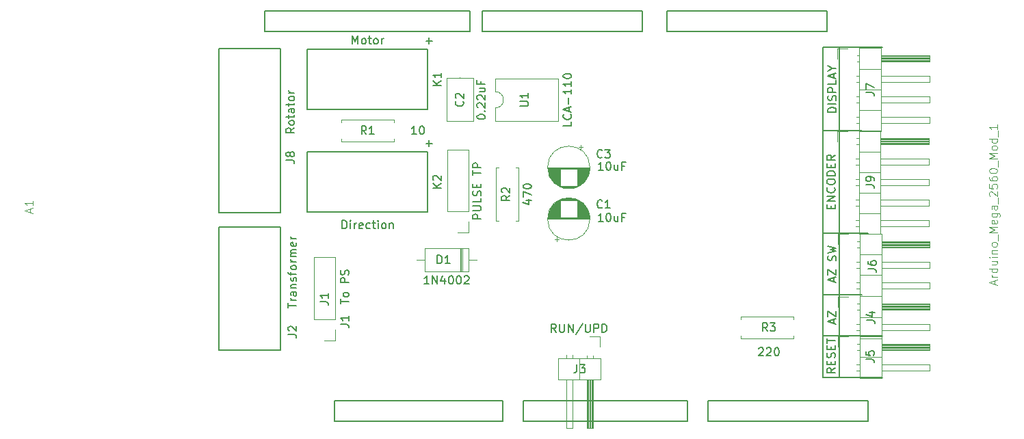
<source format=gto>
G04 #@! TF.GenerationSoftware,KiCad,Pcbnew,(5.0.2)-1*
G04 #@! TF.CreationDate,2019-02-27T10:37:22-05:00*
G04 #@! TF.ProjectId,AR-22 Controller,41522d32-3220-4436-9f6e-74726f6c6c65,rev?*
G04 #@! TF.SameCoordinates,Original*
G04 #@! TF.FileFunction,Legend,Top*
G04 #@! TF.FilePolarity,Positive*
%FSLAX46Y46*%
G04 Gerber Fmt 4.6, Leading zero omitted, Abs format (unit mm)*
G04 Created by KiCad (PCBNEW (5.0.2)-1) date 2/27/2019 10:37:22 AM*
%MOMM*%
%LPD*%
G01*
G04 APERTURE LIST*
%ADD10C,0.200000*%
%ADD11C,0.120000*%
%ADD12C,0.127000*%
%ADD13C,0.203200*%
%ADD14C,0.050000*%
%ADD15C,0.152400*%
%ADD16C,0.150000*%
G04 APERTURE END LIST*
D10*
X193040000Y-72263000D02*
X193040000Y-113157000D01*
X198374000Y-113157000D02*
X191008000Y-113157000D01*
X198374000Y-107950000D02*
X191008000Y-107950000D01*
X195834000Y-102870000D02*
X191008000Y-102870000D01*
X196596000Y-95250000D02*
X191008000Y-95250000D01*
X191008000Y-72263000D02*
X191008000Y-113157000D01*
X198374000Y-72263000D02*
X191008000Y-72263000D01*
X195834000Y-82550000D02*
X191008000Y-82550000D01*
D11*
G04 #@! TO.C,J10*
X147126000Y-84903000D02*
X144466000Y-84903000D01*
X147126000Y-92583000D02*
X147126000Y-84903000D01*
X144466000Y-92583000D02*
X144466000Y-84903000D01*
X147126000Y-92583000D02*
X144466000Y-92583000D01*
X147126000Y-93853000D02*
X147126000Y-95183000D01*
X147126000Y-95183000D02*
X145796000Y-95183000D01*
D12*
G04 #@! TO.C,A1*
X191476323Y-70294781D02*
X171664323Y-70294781D01*
X191476323Y-67754781D02*
X191476323Y-70294781D01*
X171664323Y-67754781D02*
X191476323Y-67754781D01*
X171664323Y-70294781D02*
X171664323Y-67754781D01*
X168616323Y-70294781D02*
X148804323Y-70294781D01*
X168616323Y-67754781D02*
X168616323Y-70294781D01*
X148804323Y-67754781D02*
X168616323Y-67754781D01*
X148804323Y-70294781D02*
X148804323Y-67754781D01*
X147280323Y-70294781D02*
X121880323Y-70294781D01*
X147280323Y-67754781D02*
X147280323Y-70294781D01*
X121880323Y-67754781D02*
X147280323Y-67754781D01*
X121880323Y-70294781D02*
X121880323Y-67754781D01*
X196556323Y-118554781D02*
X176744323Y-118554781D01*
X196556323Y-116014781D02*
X196556323Y-118554781D01*
X176744323Y-116014781D02*
X196556323Y-116014781D01*
X176744323Y-118554781D02*
X176744323Y-116014781D01*
X174204323Y-118554781D02*
X153884323Y-118554781D01*
X174204323Y-116014781D02*
X174204323Y-118554781D01*
X153884323Y-116014781D02*
X174204323Y-116014781D01*
X153884323Y-118554781D02*
X153884323Y-116014781D01*
X151344323Y-118554781D02*
X130516323Y-118554781D01*
X151344323Y-116014781D02*
X151344323Y-118554781D01*
X130516323Y-116014781D02*
X151344323Y-116014781D01*
X130516323Y-118554781D02*
X130516323Y-116014781D01*
D11*
G04 #@! TO.C,C1*
X162132000Y-93492000D02*
G75*
G03X162132000Y-93492000I-2620000J0D01*
G01*
X156932000Y-93492000D02*
X162092000Y-93492000D01*
X156932000Y-93452000D02*
X162092000Y-93452000D01*
X156933000Y-93412000D02*
X162091000Y-93412000D01*
X156934000Y-93372000D02*
X162090000Y-93372000D01*
X156936000Y-93332000D02*
X162088000Y-93332000D01*
X156939000Y-93292000D02*
X162085000Y-93292000D01*
X156943000Y-93252000D02*
X158472000Y-93252000D01*
X160552000Y-93252000D02*
X162081000Y-93252000D01*
X156947000Y-93212000D02*
X158472000Y-93212000D01*
X160552000Y-93212000D02*
X162077000Y-93212000D01*
X156951000Y-93172000D02*
X158472000Y-93172000D01*
X160552000Y-93172000D02*
X162073000Y-93172000D01*
X156956000Y-93132000D02*
X158472000Y-93132000D01*
X160552000Y-93132000D02*
X162068000Y-93132000D01*
X156962000Y-93092000D02*
X158472000Y-93092000D01*
X160552000Y-93092000D02*
X162062000Y-93092000D01*
X156969000Y-93052000D02*
X158472000Y-93052000D01*
X160552000Y-93052000D02*
X162055000Y-93052000D01*
X156976000Y-93012000D02*
X158472000Y-93012000D01*
X160552000Y-93012000D02*
X162048000Y-93012000D01*
X156984000Y-92972000D02*
X158472000Y-92972000D01*
X160552000Y-92972000D02*
X162040000Y-92972000D01*
X156992000Y-92932000D02*
X158472000Y-92932000D01*
X160552000Y-92932000D02*
X162032000Y-92932000D01*
X157001000Y-92892000D02*
X158472000Y-92892000D01*
X160552000Y-92892000D02*
X162023000Y-92892000D01*
X157011000Y-92852000D02*
X158472000Y-92852000D01*
X160552000Y-92852000D02*
X162013000Y-92852000D01*
X157021000Y-92812000D02*
X158472000Y-92812000D01*
X160552000Y-92812000D02*
X162003000Y-92812000D01*
X157032000Y-92771000D02*
X158472000Y-92771000D01*
X160552000Y-92771000D02*
X161992000Y-92771000D01*
X157044000Y-92731000D02*
X158472000Y-92731000D01*
X160552000Y-92731000D02*
X161980000Y-92731000D01*
X157057000Y-92691000D02*
X158472000Y-92691000D01*
X160552000Y-92691000D02*
X161967000Y-92691000D01*
X157070000Y-92651000D02*
X158472000Y-92651000D01*
X160552000Y-92651000D02*
X161954000Y-92651000D01*
X157084000Y-92611000D02*
X158472000Y-92611000D01*
X160552000Y-92611000D02*
X161940000Y-92611000D01*
X157098000Y-92571000D02*
X158472000Y-92571000D01*
X160552000Y-92571000D02*
X161926000Y-92571000D01*
X157114000Y-92531000D02*
X158472000Y-92531000D01*
X160552000Y-92531000D02*
X161910000Y-92531000D01*
X157130000Y-92491000D02*
X158472000Y-92491000D01*
X160552000Y-92491000D02*
X161894000Y-92491000D01*
X157147000Y-92451000D02*
X158472000Y-92451000D01*
X160552000Y-92451000D02*
X161877000Y-92451000D01*
X157164000Y-92411000D02*
X158472000Y-92411000D01*
X160552000Y-92411000D02*
X161860000Y-92411000D01*
X157183000Y-92371000D02*
X158472000Y-92371000D01*
X160552000Y-92371000D02*
X161841000Y-92371000D01*
X157202000Y-92331000D02*
X158472000Y-92331000D01*
X160552000Y-92331000D02*
X161822000Y-92331000D01*
X157222000Y-92291000D02*
X158472000Y-92291000D01*
X160552000Y-92291000D02*
X161802000Y-92291000D01*
X157244000Y-92251000D02*
X158472000Y-92251000D01*
X160552000Y-92251000D02*
X161780000Y-92251000D01*
X157265000Y-92211000D02*
X158472000Y-92211000D01*
X160552000Y-92211000D02*
X161759000Y-92211000D01*
X157288000Y-92171000D02*
X158472000Y-92171000D01*
X160552000Y-92171000D02*
X161736000Y-92171000D01*
X157312000Y-92131000D02*
X158472000Y-92131000D01*
X160552000Y-92131000D02*
X161712000Y-92131000D01*
X157337000Y-92091000D02*
X158472000Y-92091000D01*
X160552000Y-92091000D02*
X161687000Y-92091000D01*
X157363000Y-92051000D02*
X158472000Y-92051000D01*
X160552000Y-92051000D02*
X161661000Y-92051000D01*
X157390000Y-92011000D02*
X158472000Y-92011000D01*
X160552000Y-92011000D02*
X161634000Y-92011000D01*
X157417000Y-91971000D02*
X158472000Y-91971000D01*
X160552000Y-91971000D02*
X161607000Y-91971000D01*
X157447000Y-91931000D02*
X158472000Y-91931000D01*
X160552000Y-91931000D02*
X161577000Y-91931000D01*
X157477000Y-91891000D02*
X158472000Y-91891000D01*
X160552000Y-91891000D02*
X161547000Y-91891000D01*
X157508000Y-91851000D02*
X158472000Y-91851000D01*
X160552000Y-91851000D02*
X161516000Y-91851000D01*
X157541000Y-91811000D02*
X158472000Y-91811000D01*
X160552000Y-91811000D02*
X161483000Y-91811000D01*
X157575000Y-91771000D02*
X158472000Y-91771000D01*
X160552000Y-91771000D02*
X161449000Y-91771000D01*
X157611000Y-91731000D02*
X158472000Y-91731000D01*
X160552000Y-91731000D02*
X161413000Y-91731000D01*
X157648000Y-91691000D02*
X158472000Y-91691000D01*
X160552000Y-91691000D02*
X161376000Y-91691000D01*
X157686000Y-91651000D02*
X158472000Y-91651000D01*
X160552000Y-91651000D02*
X161338000Y-91651000D01*
X157727000Y-91611000D02*
X158472000Y-91611000D01*
X160552000Y-91611000D02*
X161297000Y-91611000D01*
X157769000Y-91571000D02*
X158472000Y-91571000D01*
X160552000Y-91571000D02*
X161255000Y-91571000D01*
X157813000Y-91531000D02*
X158472000Y-91531000D01*
X160552000Y-91531000D02*
X161211000Y-91531000D01*
X157859000Y-91491000D02*
X158472000Y-91491000D01*
X160552000Y-91491000D02*
X161165000Y-91491000D01*
X157907000Y-91451000D02*
X158472000Y-91451000D01*
X160552000Y-91451000D02*
X161117000Y-91451000D01*
X157958000Y-91411000D02*
X158472000Y-91411000D01*
X160552000Y-91411000D02*
X161066000Y-91411000D01*
X158012000Y-91371000D02*
X158472000Y-91371000D01*
X160552000Y-91371000D02*
X161012000Y-91371000D01*
X158069000Y-91331000D02*
X158472000Y-91331000D01*
X160552000Y-91331000D02*
X160955000Y-91331000D01*
X158129000Y-91291000D02*
X158472000Y-91291000D01*
X160552000Y-91291000D02*
X160895000Y-91291000D01*
X158193000Y-91251000D02*
X158472000Y-91251000D01*
X160552000Y-91251000D02*
X160831000Y-91251000D01*
X158261000Y-91211000D02*
X158472000Y-91211000D01*
X160552000Y-91211000D02*
X160763000Y-91211000D01*
X158334000Y-91171000D02*
X160690000Y-91171000D01*
X158414000Y-91131000D02*
X160610000Y-91131000D01*
X158501000Y-91091000D02*
X160523000Y-91091000D01*
X158597000Y-91051000D02*
X160427000Y-91051000D01*
X158707000Y-91011000D02*
X160317000Y-91011000D01*
X158835000Y-90971000D02*
X160189000Y-90971000D01*
X158994000Y-90931000D02*
X160030000Y-90931000D01*
X159228000Y-90891000D02*
X159796000Y-90891000D01*
X158037000Y-96296775D02*
X158037000Y-95796775D01*
X157787000Y-96046775D02*
X158287000Y-96046775D01*
G04 #@! TO.C,C2*
X147720000Y-76010000D02*
X144380000Y-76010000D01*
X144380000Y-76010000D02*
X144380000Y-81350000D01*
X144380000Y-81350000D02*
X147720000Y-81350000D01*
X147720000Y-81350000D02*
X147720000Y-76010000D01*
X146050000Y-75970000D02*
X146050000Y-76010000D01*
X146050000Y-81390000D02*
X146050000Y-81350000D01*
G04 #@! TO.C,J5*
X195559500Y-108017000D02*
X195559500Y-113217000D01*
X195559500Y-113217000D02*
X198219500Y-113217000D01*
X198219500Y-113217000D02*
X198219500Y-108017000D01*
X198219500Y-108017000D02*
X195559500Y-108017000D01*
X198219500Y-108967000D02*
X204219500Y-108967000D01*
X204219500Y-108967000D02*
X204219500Y-109727000D01*
X204219500Y-109727000D02*
X198219500Y-109727000D01*
X198219500Y-109027000D02*
X204219500Y-109027000D01*
X198219500Y-109147000D02*
X204219500Y-109147000D01*
X198219500Y-109267000D02*
X204219500Y-109267000D01*
X198219500Y-109387000D02*
X204219500Y-109387000D01*
X198219500Y-109507000D02*
X204219500Y-109507000D01*
X198219500Y-109627000D02*
X204219500Y-109627000D01*
X195229500Y-108967000D02*
X195559500Y-108967000D01*
X195229500Y-109727000D02*
X195559500Y-109727000D01*
X195559500Y-110617000D02*
X198219500Y-110617000D01*
X198219500Y-111507000D02*
X204219500Y-111507000D01*
X204219500Y-111507000D02*
X204219500Y-112267000D01*
X204219500Y-112267000D02*
X198219500Y-112267000D01*
X195162429Y-111507000D02*
X195559500Y-111507000D01*
X195162429Y-112267000D02*
X195559500Y-112267000D01*
X192849500Y-109347000D02*
X192849500Y-108077000D01*
X192849500Y-108077000D02*
X194119500Y-108077000D01*
G04 #@! TO.C,J6*
X195559500Y-95317000D02*
X195559500Y-103057000D01*
X195559500Y-103057000D02*
X198219500Y-103057000D01*
X198219500Y-103057000D02*
X198219500Y-95317000D01*
X198219500Y-95317000D02*
X195559500Y-95317000D01*
X198219500Y-96267000D02*
X204219500Y-96267000D01*
X204219500Y-96267000D02*
X204219500Y-97027000D01*
X204219500Y-97027000D02*
X198219500Y-97027000D01*
X198219500Y-96327000D02*
X204219500Y-96327000D01*
X198219500Y-96447000D02*
X204219500Y-96447000D01*
X198219500Y-96567000D02*
X204219500Y-96567000D01*
X198219500Y-96687000D02*
X204219500Y-96687000D01*
X198219500Y-96807000D02*
X204219500Y-96807000D01*
X198219500Y-96927000D02*
X204219500Y-96927000D01*
X195229500Y-96267000D02*
X195559500Y-96267000D01*
X195229500Y-97027000D02*
X195559500Y-97027000D01*
X195559500Y-97917000D02*
X198219500Y-97917000D01*
X198219500Y-98807000D02*
X204219500Y-98807000D01*
X204219500Y-98807000D02*
X204219500Y-99567000D01*
X204219500Y-99567000D02*
X198219500Y-99567000D01*
X195162429Y-98807000D02*
X195559500Y-98807000D01*
X195162429Y-99567000D02*
X195559500Y-99567000D01*
X195559500Y-100457000D02*
X198219500Y-100457000D01*
X198219500Y-101347000D02*
X204219500Y-101347000D01*
X204219500Y-101347000D02*
X204219500Y-102107000D01*
X204219500Y-102107000D02*
X198219500Y-102107000D01*
X195162429Y-101347000D02*
X195559500Y-101347000D01*
X195162429Y-102107000D02*
X195559500Y-102107000D01*
X192849500Y-96647000D02*
X192849500Y-95377000D01*
X192849500Y-95377000D02*
X194119500Y-95377000D01*
G04 #@! TO.C,J7*
X195496000Y-72330000D02*
X195496000Y-82610000D01*
X195496000Y-82610000D02*
X198156000Y-82610000D01*
X198156000Y-82610000D02*
X198156000Y-72330000D01*
X198156000Y-72330000D02*
X195496000Y-72330000D01*
X198156000Y-73280000D02*
X204156000Y-73280000D01*
X204156000Y-73280000D02*
X204156000Y-74040000D01*
X204156000Y-74040000D02*
X198156000Y-74040000D01*
X198156000Y-73340000D02*
X204156000Y-73340000D01*
X198156000Y-73460000D02*
X204156000Y-73460000D01*
X198156000Y-73580000D02*
X204156000Y-73580000D01*
X198156000Y-73700000D02*
X204156000Y-73700000D01*
X198156000Y-73820000D02*
X204156000Y-73820000D01*
X198156000Y-73940000D02*
X204156000Y-73940000D01*
X195166000Y-73280000D02*
X195496000Y-73280000D01*
X195166000Y-74040000D02*
X195496000Y-74040000D01*
X195496000Y-74930000D02*
X198156000Y-74930000D01*
X198156000Y-75820000D02*
X204156000Y-75820000D01*
X204156000Y-75820000D02*
X204156000Y-76580000D01*
X204156000Y-76580000D02*
X198156000Y-76580000D01*
X195098929Y-75820000D02*
X195496000Y-75820000D01*
X195098929Y-76580000D02*
X195496000Y-76580000D01*
X195496000Y-77470000D02*
X198156000Y-77470000D01*
X198156000Y-78360000D02*
X204156000Y-78360000D01*
X204156000Y-78360000D02*
X204156000Y-79120000D01*
X204156000Y-79120000D02*
X198156000Y-79120000D01*
X195098929Y-78360000D02*
X195496000Y-78360000D01*
X195098929Y-79120000D02*
X195496000Y-79120000D01*
X195496000Y-80010000D02*
X198156000Y-80010000D01*
X198156000Y-80900000D02*
X204156000Y-80900000D01*
X204156000Y-80900000D02*
X204156000Y-81660000D01*
X204156000Y-81660000D02*
X198156000Y-81660000D01*
X195098929Y-80900000D02*
X195496000Y-80900000D01*
X195098929Y-81660000D02*
X195496000Y-81660000D01*
X192786000Y-73660000D02*
X192786000Y-72390000D01*
X192786000Y-72390000D02*
X194056000Y-72390000D01*
G04 #@! TO.C,J9*
X195432500Y-82553500D02*
X195432500Y-95373500D01*
X195432500Y-95373500D02*
X198092500Y-95373500D01*
X198092500Y-95373500D02*
X198092500Y-82553500D01*
X198092500Y-82553500D02*
X195432500Y-82553500D01*
X198092500Y-83503500D02*
X204092500Y-83503500D01*
X204092500Y-83503500D02*
X204092500Y-84263500D01*
X204092500Y-84263500D02*
X198092500Y-84263500D01*
X198092500Y-83563500D02*
X204092500Y-83563500D01*
X198092500Y-83683500D02*
X204092500Y-83683500D01*
X198092500Y-83803500D02*
X204092500Y-83803500D01*
X198092500Y-83923500D02*
X204092500Y-83923500D01*
X198092500Y-84043500D02*
X204092500Y-84043500D01*
X198092500Y-84163500D02*
X204092500Y-84163500D01*
X195102500Y-83503500D02*
X195432500Y-83503500D01*
X195102500Y-84263500D02*
X195432500Y-84263500D01*
X195432500Y-85153500D02*
X198092500Y-85153500D01*
X198092500Y-86043500D02*
X204092500Y-86043500D01*
X204092500Y-86043500D02*
X204092500Y-86803500D01*
X204092500Y-86803500D02*
X198092500Y-86803500D01*
X195035429Y-86043500D02*
X195432500Y-86043500D01*
X195035429Y-86803500D02*
X195432500Y-86803500D01*
X195432500Y-87693500D02*
X198092500Y-87693500D01*
X198092500Y-88583500D02*
X204092500Y-88583500D01*
X204092500Y-88583500D02*
X204092500Y-89343500D01*
X204092500Y-89343500D02*
X198092500Y-89343500D01*
X195035429Y-88583500D02*
X195432500Y-88583500D01*
X195035429Y-89343500D02*
X195432500Y-89343500D01*
X195432500Y-90233500D02*
X198092500Y-90233500D01*
X198092500Y-91123500D02*
X204092500Y-91123500D01*
X204092500Y-91123500D02*
X204092500Y-91883500D01*
X204092500Y-91883500D02*
X198092500Y-91883500D01*
X195035429Y-91123500D02*
X195432500Y-91123500D01*
X195035429Y-91883500D02*
X195432500Y-91883500D01*
X195432500Y-92773500D02*
X198092500Y-92773500D01*
X198092500Y-93663500D02*
X204092500Y-93663500D01*
X204092500Y-93663500D02*
X204092500Y-94423500D01*
X204092500Y-94423500D02*
X198092500Y-94423500D01*
X195035429Y-93663500D02*
X195432500Y-93663500D01*
X195035429Y-94423500D02*
X195432500Y-94423500D01*
X192722500Y-83883500D02*
X192722500Y-82613500D01*
X192722500Y-82613500D02*
X193992500Y-82613500D01*
G04 #@! TO.C,U1*
X150435000Y-77740000D02*
G75*
G02X150435000Y-79740000I0J-1000000D01*
G01*
X150435000Y-79740000D02*
X150435000Y-81390000D01*
X150435000Y-81390000D02*
X158175000Y-81390000D01*
X158175000Y-81390000D02*
X158175000Y-76090000D01*
X158175000Y-76090000D02*
X150435000Y-76090000D01*
X150435000Y-76090000D02*
X150435000Y-77740000D01*
D12*
G04 #@! TO.C,K1*
X127170000Y-79900000D02*
X127170000Y-72500000D01*
X142070000Y-79900000D02*
X142070000Y-72500000D01*
X142070000Y-72500000D02*
X127170000Y-72500000D01*
X142070000Y-79900000D02*
X127170000Y-79900000D01*
G04 #@! TO.C,K2*
X127170000Y-92600000D02*
X127170000Y-85200000D01*
X142070000Y-92600000D02*
X142070000Y-85200000D01*
X142070000Y-85200000D02*
X127170000Y-85200000D01*
X142070000Y-92600000D02*
X127170000Y-92600000D01*
G04 #@! TO.C,J8*
X116205000Y-72390000D02*
X123825000Y-72390000D01*
X116205000Y-92710000D02*
X116205000Y-72390000D01*
X123825000Y-92710000D02*
X116205000Y-92710000D01*
X123825000Y-72390000D02*
X123825000Y-92710000D01*
G04 #@! TO.C,J2*
X123825000Y-109728000D02*
X116205000Y-109728000D01*
X123825000Y-94488000D02*
X123825000Y-109728000D01*
X116205000Y-94488000D02*
X123825000Y-94488000D01*
X116205000Y-109728000D02*
X116205000Y-94488000D01*
D11*
G04 #@! TO.C,C3*
X162132000Y-87102000D02*
G75*
G03X162132000Y-87102000I-2620000J0D01*
G01*
X162092000Y-87102000D02*
X156932000Y-87102000D01*
X162092000Y-87142000D02*
X156932000Y-87142000D01*
X162091000Y-87182000D02*
X156933000Y-87182000D01*
X162090000Y-87222000D02*
X156934000Y-87222000D01*
X162088000Y-87262000D02*
X156936000Y-87262000D01*
X162085000Y-87302000D02*
X156939000Y-87302000D01*
X162081000Y-87342000D02*
X160552000Y-87342000D01*
X158472000Y-87342000D02*
X156943000Y-87342000D01*
X162077000Y-87382000D02*
X160552000Y-87382000D01*
X158472000Y-87382000D02*
X156947000Y-87382000D01*
X162073000Y-87422000D02*
X160552000Y-87422000D01*
X158472000Y-87422000D02*
X156951000Y-87422000D01*
X162068000Y-87462000D02*
X160552000Y-87462000D01*
X158472000Y-87462000D02*
X156956000Y-87462000D01*
X162062000Y-87502000D02*
X160552000Y-87502000D01*
X158472000Y-87502000D02*
X156962000Y-87502000D01*
X162055000Y-87542000D02*
X160552000Y-87542000D01*
X158472000Y-87542000D02*
X156969000Y-87542000D01*
X162048000Y-87582000D02*
X160552000Y-87582000D01*
X158472000Y-87582000D02*
X156976000Y-87582000D01*
X162040000Y-87622000D02*
X160552000Y-87622000D01*
X158472000Y-87622000D02*
X156984000Y-87622000D01*
X162032000Y-87662000D02*
X160552000Y-87662000D01*
X158472000Y-87662000D02*
X156992000Y-87662000D01*
X162023000Y-87702000D02*
X160552000Y-87702000D01*
X158472000Y-87702000D02*
X157001000Y-87702000D01*
X162013000Y-87742000D02*
X160552000Y-87742000D01*
X158472000Y-87742000D02*
X157011000Y-87742000D01*
X162003000Y-87782000D02*
X160552000Y-87782000D01*
X158472000Y-87782000D02*
X157021000Y-87782000D01*
X161992000Y-87823000D02*
X160552000Y-87823000D01*
X158472000Y-87823000D02*
X157032000Y-87823000D01*
X161980000Y-87863000D02*
X160552000Y-87863000D01*
X158472000Y-87863000D02*
X157044000Y-87863000D01*
X161967000Y-87903000D02*
X160552000Y-87903000D01*
X158472000Y-87903000D02*
X157057000Y-87903000D01*
X161954000Y-87943000D02*
X160552000Y-87943000D01*
X158472000Y-87943000D02*
X157070000Y-87943000D01*
X161940000Y-87983000D02*
X160552000Y-87983000D01*
X158472000Y-87983000D02*
X157084000Y-87983000D01*
X161926000Y-88023000D02*
X160552000Y-88023000D01*
X158472000Y-88023000D02*
X157098000Y-88023000D01*
X161910000Y-88063000D02*
X160552000Y-88063000D01*
X158472000Y-88063000D02*
X157114000Y-88063000D01*
X161894000Y-88103000D02*
X160552000Y-88103000D01*
X158472000Y-88103000D02*
X157130000Y-88103000D01*
X161877000Y-88143000D02*
X160552000Y-88143000D01*
X158472000Y-88143000D02*
X157147000Y-88143000D01*
X161860000Y-88183000D02*
X160552000Y-88183000D01*
X158472000Y-88183000D02*
X157164000Y-88183000D01*
X161841000Y-88223000D02*
X160552000Y-88223000D01*
X158472000Y-88223000D02*
X157183000Y-88223000D01*
X161822000Y-88263000D02*
X160552000Y-88263000D01*
X158472000Y-88263000D02*
X157202000Y-88263000D01*
X161802000Y-88303000D02*
X160552000Y-88303000D01*
X158472000Y-88303000D02*
X157222000Y-88303000D01*
X161780000Y-88343000D02*
X160552000Y-88343000D01*
X158472000Y-88343000D02*
X157244000Y-88343000D01*
X161759000Y-88383000D02*
X160552000Y-88383000D01*
X158472000Y-88383000D02*
X157265000Y-88383000D01*
X161736000Y-88423000D02*
X160552000Y-88423000D01*
X158472000Y-88423000D02*
X157288000Y-88423000D01*
X161712000Y-88463000D02*
X160552000Y-88463000D01*
X158472000Y-88463000D02*
X157312000Y-88463000D01*
X161687000Y-88503000D02*
X160552000Y-88503000D01*
X158472000Y-88503000D02*
X157337000Y-88503000D01*
X161661000Y-88543000D02*
X160552000Y-88543000D01*
X158472000Y-88543000D02*
X157363000Y-88543000D01*
X161634000Y-88583000D02*
X160552000Y-88583000D01*
X158472000Y-88583000D02*
X157390000Y-88583000D01*
X161607000Y-88623000D02*
X160552000Y-88623000D01*
X158472000Y-88623000D02*
X157417000Y-88623000D01*
X161577000Y-88663000D02*
X160552000Y-88663000D01*
X158472000Y-88663000D02*
X157447000Y-88663000D01*
X161547000Y-88703000D02*
X160552000Y-88703000D01*
X158472000Y-88703000D02*
X157477000Y-88703000D01*
X161516000Y-88743000D02*
X160552000Y-88743000D01*
X158472000Y-88743000D02*
X157508000Y-88743000D01*
X161483000Y-88783000D02*
X160552000Y-88783000D01*
X158472000Y-88783000D02*
X157541000Y-88783000D01*
X161449000Y-88823000D02*
X160552000Y-88823000D01*
X158472000Y-88823000D02*
X157575000Y-88823000D01*
X161413000Y-88863000D02*
X160552000Y-88863000D01*
X158472000Y-88863000D02*
X157611000Y-88863000D01*
X161376000Y-88903000D02*
X160552000Y-88903000D01*
X158472000Y-88903000D02*
X157648000Y-88903000D01*
X161338000Y-88943000D02*
X160552000Y-88943000D01*
X158472000Y-88943000D02*
X157686000Y-88943000D01*
X161297000Y-88983000D02*
X160552000Y-88983000D01*
X158472000Y-88983000D02*
X157727000Y-88983000D01*
X161255000Y-89023000D02*
X160552000Y-89023000D01*
X158472000Y-89023000D02*
X157769000Y-89023000D01*
X161211000Y-89063000D02*
X160552000Y-89063000D01*
X158472000Y-89063000D02*
X157813000Y-89063000D01*
X161165000Y-89103000D02*
X160552000Y-89103000D01*
X158472000Y-89103000D02*
X157859000Y-89103000D01*
X161117000Y-89143000D02*
X160552000Y-89143000D01*
X158472000Y-89143000D02*
X157907000Y-89143000D01*
X161066000Y-89183000D02*
X160552000Y-89183000D01*
X158472000Y-89183000D02*
X157958000Y-89183000D01*
X161012000Y-89223000D02*
X160552000Y-89223000D01*
X158472000Y-89223000D02*
X158012000Y-89223000D01*
X160955000Y-89263000D02*
X160552000Y-89263000D01*
X158472000Y-89263000D02*
X158069000Y-89263000D01*
X160895000Y-89303000D02*
X160552000Y-89303000D01*
X158472000Y-89303000D02*
X158129000Y-89303000D01*
X160831000Y-89343000D02*
X160552000Y-89343000D01*
X158472000Y-89343000D02*
X158193000Y-89343000D01*
X160763000Y-89383000D02*
X160552000Y-89383000D01*
X158472000Y-89383000D02*
X158261000Y-89383000D01*
X160690000Y-89423000D02*
X158334000Y-89423000D01*
X160610000Y-89463000D02*
X158414000Y-89463000D01*
X160523000Y-89503000D02*
X158501000Y-89503000D01*
X160427000Y-89543000D02*
X158597000Y-89543000D01*
X160317000Y-89583000D02*
X158707000Y-89583000D01*
X160189000Y-89623000D02*
X158835000Y-89623000D01*
X160030000Y-89663000D02*
X158994000Y-89663000D01*
X159796000Y-89703000D02*
X159228000Y-89703000D01*
X160987000Y-84297225D02*
X160987000Y-84797225D01*
X161237000Y-84547225D02*
X160737000Y-84547225D01*
G04 #@! TO.C,J3*
X163385500Y-108013500D02*
X163385500Y-109283500D01*
X162115500Y-108013500D02*
X163385500Y-108013500D01*
X159195500Y-110326429D02*
X159195500Y-110723500D01*
X159955500Y-110326429D02*
X159955500Y-110723500D01*
X159195500Y-119383500D02*
X159195500Y-113383500D01*
X159955500Y-119383500D02*
X159195500Y-119383500D01*
X159955500Y-113383500D02*
X159955500Y-119383500D01*
X160845500Y-110723500D02*
X160845500Y-113383500D01*
X161735500Y-110393500D02*
X161735500Y-110723500D01*
X162495500Y-110393500D02*
X162495500Y-110723500D01*
X161835500Y-113383500D02*
X161835500Y-119383500D01*
X161955500Y-113383500D02*
X161955500Y-119383500D01*
X162075500Y-113383500D02*
X162075500Y-119383500D01*
X162195500Y-113383500D02*
X162195500Y-119383500D01*
X162315500Y-113383500D02*
X162315500Y-119383500D01*
X162435500Y-113383500D02*
X162435500Y-119383500D01*
X161735500Y-119383500D02*
X161735500Y-113383500D01*
X162495500Y-119383500D02*
X161735500Y-119383500D01*
X162495500Y-113383500D02*
X162495500Y-119383500D01*
X163445500Y-113383500D02*
X163445500Y-110723500D01*
X158245500Y-113383500D02*
X163445500Y-113383500D01*
X158245500Y-110723500D02*
X158245500Y-113383500D01*
X163445500Y-110723500D02*
X158245500Y-110723500D01*
G04 #@! TO.C,J4*
X195559500Y-103064000D02*
X195559500Y-108264000D01*
X195559500Y-108264000D02*
X198219500Y-108264000D01*
X198219500Y-108264000D02*
X198219500Y-103064000D01*
X198219500Y-103064000D02*
X195559500Y-103064000D01*
X198219500Y-104014000D02*
X204219500Y-104014000D01*
X204219500Y-104014000D02*
X204219500Y-104774000D01*
X204219500Y-104774000D02*
X198219500Y-104774000D01*
X198219500Y-104074000D02*
X204219500Y-104074000D01*
X198219500Y-104194000D02*
X204219500Y-104194000D01*
X198219500Y-104314000D02*
X204219500Y-104314000D01*
X198219500Y-104434000D02*
X204219500Y-104434000D01*
X198219500Y-104554000D02*
X204219500Y-104554000D01*
X198219500Y-104674000D02*
X204219500Y-104674000D01*
X195229500Y-104014000D02*
X195559500Y-104014000D01*
X195229500Y-104774000D02*
X195559500Y-104774000D01*
X195559500Y-105664000D02*
X198219500Y-105664000D01*
X198219500Y-106554000D02*
X204219500Y-106554000D01*
X204219500Y-106554000D02*
X204219500Y-107314000D01*
X204219500Y-107314000D02*
X198219500Y-107314000D01*
X195162429Y-106554000D02*
X195559500Y-106554000D01*
X195162429Y-107314000D02*
X195559500Y-107314000D01*
X192849500Y-104394000D02*
X192849500Y-103124000D01*
X192849500Y-103124000D02*
X194119500Y-103124000D01*
G04 #@! TO.C,D1*
X147119000Y-100022000D02*
X147119000Y-97082000D01*
X147119000Y-97082000D02*
X141679000Y-97082000D01*
X141679000Y-97082000D02*
X141679000Y-100022000D01*
X141679000Y-100022000D02*
X147119000Y-100022000D01*
X148139000Y-98552000D02*
X147119000Y-98552000D01*
X140659000Y-98552000D02*
X141679000Y-98552000D01*
X146219000Y-100022000D02*
X146219000Y-97082000D01*
X146099000Y-100022000D02*
X146099000Y-97082000D01*
X146339000Y-100022000D02*
X146339000Y-97082000D01*
G04 #@! TO.C,J1*
X130616000Y-98238000D02*
X127956000Y-98238000D01*
X130616000Y-105918000D02*
X130616000Y-98238000D01*
X127956000Y-105918000D02*
X127956000Y-98238000D01*
X130616000Y-105918000D02*
X127956000Y-105918000D01*
X130616000Y-107188000D02*
X130616000Y-108518000D01*
X130616000Y-108518000D02*
X129286000Y-108518000D01*
G04 #@! TO.C,R1*
X131350000Y-81180000D02*
X131350000Y-81510000D01*
X137890000Y-81180000D02*
X131350000Y-81180000D01*
X137890000Y-81510000D02*
X137890000Y-81180000D01*
X131350000Y-83920000D02*
X131350000Y-83590000D01*
X137890000Y-83920000D02*
X131350000Y-83920000D01*
X137890000Y-83590000D02*
X137890000Y-83920000D01*
G04 #@! TO.C,R2*
X150852000Y-93694000D02*
X150522000Y-93694000D01*
X150522000Y-93694000D02*
X150522000Y-87154000D01*
X150522000Y-87154000D02*
X150852000Y-87154000D01*
X152932000Y-93694000D02*
X153262000Y-93694000D01*
X153262000Y-93694000D02*
X153262000Y-87154000D01*
X153262000Y-87154000D02*
X152932000Y-87154000D01*
G04 #@! TO.C,R3*
X180816500Y-105564000D02*
X180816500Y-105894000D01*
X187356500Y-105564000D02*
X180816500Y-105564000D01*
X187356500Y-105894000D02*
X187356500Y-105564000D01*
X180816500Y-108304000D02*
X180816500Y-107974000D01*
X187356500Y-108304000D02*
X180816500Y-108304000D01*
X187356500Y-107974000D02*
X187356500Y-108304000D01*
G04 #@! TO.C,J10*
D13*
X148668619Y-93478047D02*
X147652619Y-93478047D01*
X147652619Y-93091000D01*
X147701000Y-92994238D01*
X147749380Y-92945857D01*
X147846142Y-92897476D01*
X147991285Y-92897476D01*
X148088047Y-92945857D01*
X148136428Y-92994238D01*
X148184809Y-93091000D01*
X148184809Y-93478047D01*
X147652619Y-92462047D02*
X148475095Y-92462047D01*
X148571857Y-92413666D01*
X148620238Y-92365285D01*
X148668619Y-92268523D01*
X148668619Y-92075000D01*
X148620238Y-91978238D01*
X148571857Y-91929857D01*
X148475095Y-91881476D01*
X147652619Y-91881476D01*
X148668619Y-90913857D02*
X148668619Y-91397666D01*
X147652619Y-91397666D01*
X148620238Y-90623571D02*
X148668619Y-90478428D01*
X148668619Y-90236523D01*
X148620238Y-90139761D01*
X148571857Y-90091380D01*
X148475095Y-90043000D01*
X148378333Y-90043000D01*
X148281571Y-90091380D01*
X148233190Y-90139761D01*
X148184809Y-90236523D01*
X148136428Y-90430047D01*
X148088047Y-90526809D01*
X148039666Y-90575190D01*
X147942904Y-90623571D01*
X147846142Y-90623571D01*
X147749380Y-90575190D01*
X147701000Y-90526809D01*
X147652619Y-90430047D01*
X147652619Y-90188142D01*
X147701000Y-90043000D01*
X148136428Y-89607571D02*
X148136428Y-89268904D01*
X148668619Y-89123761D02*
X148668619Y-89607571D01*
X147652619Y-89607571D01*
X147652619Y-89123761D01*
X147652619Y-88059380D02*
X147652619Y-87478809D01*
X148668619Y-87769095D02*
X147652619Y-87769095D01*
X148668619Y-87140142D02*
X147652619Y-87140142D01*
X147652619Y-86753095D01*
X147701000Y-86656333D01*
X147749380Y-86607952D01*
X147846142Y-86559571D01*
X147991285Y-86559571D01*
X148088047Y-86607952D01*
X148136428Y-86656333D01*
X148184809Y-86753095D01*
X148184809Y-87140142D01*
G04 #@! TO.C,A1*
D14*
X92876666Y-92662285D02*
X92876666Y-92186095D01*
X93162380Y-92757523D02*
X92162380Y-92424190D01*
X93162380Y-92090857D01*
X93162380Y-91233714D02*
X93162380Y-91805142D01*
X93162380Y-91519428D02*
X92162380Y-91519428D01*
X92305238Y-91614666D01*
X92400476Y-91709904D01*
X92448095Y-91805142D01*
X212256666Y-101574952D02*
X212256666Y-101098761D01*
X212542380Y-101670190D02*
X211542380Y-101336857D01*
X212542380Y-101003523D01*
X212542380Y-100670190D02*
X211875714Y-100670190D01*
X212066190Y-100670190D02*
X211970952Y-100622571D01*
X211923333Y-100574952D01*
X211875714Y-100479714D01*
X211875714Y-100384476D01*
X212542380Y-99622571D02*
X211542380Y-99622571D01*
X212494761Y-99622571D02*
X212542380Y-99717809D01*
X212542380Y-99908285D01*
X212494761Y-100003523D01*
X212447142Y-100051142D01*
X212351904Y-100098761D01*
X212066190Y-100098761D01*
X211970952Y-100051142D01*
X211923333Y-100003523D01*
X211875714Y-99908285D01*
X211875714Y-99717809D01*
X211923333Y-99622571D01*
X211875714Y-98717809D02*
X212542380Y-98717809D01*
X211875714Y-99146380D02*
X212399523Y-99146380D01*
X212494761Y-99098761D01*
X212542380Y-99003523D01*
X212542380Y-98860666D01*
X212494761Y-98765428D01*
X212447142Y-98717809D01*
X212542380Y-98241619D02*
X211875714Y-98241619D01*
X211542380Y-98241619D02*
X211590000Y-98289238D01*
X211637619Y-98241619D01*
X211590000Y-98194000D01*
X211542380Y-98241619D01*
X211637619Y-98241619D01*
X211875714Y-97765428D02*
X212542380Y-97765428D01*
X211970952Y-97765428D02*
X211923333Y-97717809D01*
X211875714Y-97622571D01*
X211875714Y-97479714D01*
X211923333Y-97384476D01*
X212018571Y-97336857D01*
X212542380Y-97336857D01*
X212542380Y-96717809D02*
X212494761Y-96813047D01*
X212447142Y-96860666D01*
X212351904Y-96908285D01*
X212066190Y-96908285D01*
X211970952Y-96860666D01*
X211923333Y-96813047D01*
X211875714Y-96717809D01*
X211875714Y-96574952D01*
X211923333Y-96479714D01*
X211970952Y-96432095D01*
X212066190Y-96384476D01*
X212351904Y-96384476D01*
X212447142Y-96432095D01*
X212494761Y-96479714D01*
X212542380Y-96574952D01*
X212542380Y-96717809D01*
X212637619Y-96194000D02*
X212637619Y-95432095D01*
X212542380Y-95194000D02*
X211542380Y-95194000D01*
X212256666Y-94860666D01*
X211542380Y-94527333D01*
X212542380Y-94527333D01*
X212494761Y-93670190D02*
X212542380Y-93765428D01*
X212542380Y-93955904D01*
X212494761Y-94051142D01*
X212399523Y-94098761D01*
X212018571Y-94098761D01*
X211923333Y-94051142D01*
X211875714Y-93955904D01*
X211875714Y-93765428D01*
X211923333Y-93670190D01*
X212018571Y-93622571D01*
X212113809Y-93622571D01*
X212209047Y-94098761D01*
X211875714Y-92765428D02*
X212685238Y-92765428D01*
X212780476Y-92813047D01*
X212828095Y-92860666D01*
X212875714Y-92955904D01*
X212875714Y-93098761D01*
X212828095Y-93194000D01*
X212494761Y-92765428D02*
X212542380Y-92860666D01*
X212542380Y-93051142D01*
X212494761Y-93146380D01*
X212447142Y-93194000D01*
X212351904Y-93241619D01*
X212066190Y-93241619D01*
X211970952Y-93194000D01*
X211923333Y-93146380D01*
X211875714Y-93051142D01*
X211875714Y-92860666D01*
X211923333Y-92765428D01*
X212542380Y-91860666D02*
X212018571Y-91860666D01*
X211923333Y-91908285D01*
X211875714Y-92003523D01*
X211875714Y-92194000D01*
X211923333Y-92289238D01*
X212494761Y-91860666D02*
X212542380Y-91955904D01*
X212542380Y-92194000D01*
X212494761Y-92289238D01*
X212399523Y-92336857D01*
X212304285Y-92336857D01*
X212209047Y-92289238D01*
X212161428Y-92194000D01*
X212161428Y-91955904D01*
X212113809Y-91860666D01*
X212637619Y-91622571D02*
X212637619Y-90860666D01*
X211637619Y-90670190D02*
X211590000Y-90622571D01*
X211542380Y-90527333D01*
X211542380Y-90289238D01*
X211590000Y-90194000D01*
X211637619Y-90146380D01*
X211732857Y-90098761D01*
X211828095Y-90098761D01*
X211970952Y-90146380D01*
X212542380Y-90717809D01*
X212542380Y-90098761D01*
X211542380Y-89194000D02*
X211542380Y-89670190D01*
X212018571Y-89717809D01*
X211970952Y-89670190D01*
X211923333Y-89574952D01*
X211923333Y-89336857D01*
X211970952Y-89241619D01*
X212018571Y-89194000D01*
X212113809Y-89146380D01*
X212351904Y-89146380D01*
X212447142Y-89194000D01*
X212494761Y-89241619D01*
X212542380Y-89336857D01*
X212542380Y-89574952D01*
X212494761Y-89670190D01*
X212447142Y-89717809D01*
X211542380Y-88289238D02*
X211542380Y-88479714D01*
X211590000Y-88574952D01*
X211637619Y-88622571D01*
X211780476Y-88717809D01*
X211970952Y-88765428D01*
X212351904Y-88765428D01*
X212447142Y-88717809D01*
X212494761Y-88670190D01*
X212542380Y-88574952D01*
X212542380Y-88384476D01*
X212494761Y-88289238D01*
X212447142Y-88241619D01*
X212351904Y-88194000D01*
X212113809Y-88194000D01*
X212018571Y-88241619D01*
X211970952Y-88289238D01*
X211923333Y-88384476D01*
X211923333Y-88574952D01*
X211970952Y-88670190D01*
X212018571Y-88717809D01*
X212113809Y-88765428D01*
X211542380Y-87574952D02*
X211542380Y-87479714D01*
X211590000Y-87384476D01*
X211637619Y-87336857D01*
X211732857Y-87289238D01*
X211923333Y-87241619D01*
X212161428Y-87241619D01*
X212351904Y-87289238D01*
X212447142Y-87336857D01*
X212494761Y-87384476D01*
X212542380Y-87479714D01*
X212542380Y-87574952D01*
X212494761Y-87670190D01*
X212447142Y-87717809D01*
X212351904Y-87765428D01*
X212161428Y-87813047D01*
X211923333Y-87813047D01*
X211732857Y-87765428D01*
X211637619Y-87717809D01*
X211590000Y-87670190D01*
X211542380Y-87574952D01*
X212637619Y-87051142D02*
X212637619Y-86289238D01*
X212542380Y-86051142D02*
X211542380Y-86051142D01*
X212256666Y-85717809D01*
X211542380Y-85384476D01*
X212542380Y-85384476D01*
X212542380Y-84765428D02*
X212494761Y-84860666D01*
X212447142Y-84908285D01*
X212351904Y-84955904D01*
X212066190Y-84955904D01*
X211970952Y-84908285D01*
X211923333Y-84860666D01*
X211875714Y-84765428D01*
X211875714Y-84622571D01*
X211923333Y-84527333D01*
X211970952Y-84479714D01*
X212066190Y-84432095D01*
X212351904Y-84432095D01*
X212447142Y-84479714D01*
X212494761Y-84527333D01*
X212542380Y-84622571D01*
X212542380Y-84765428D01*
X212542380Y-83574952D02*
X211542380Y-83574952D01*
X212494761Y-83574952D02*
X212542380Y-83670190D01*
X212542380Y-83860666D01*
X212494761Y-83955904D01*
X212447142Y-84003523D01*
X212351904Y-84051142D01*
X212066190Y-84051142D01*
X211970952Y-84003523D01*
X211923333Y-83955904D01*
X211875714Y-83860666D01*
X211875714Y-83670190D01*
X211923333Y-83574952D01*
X212637619Y-83336857D02*
X212637619Y-82574952D01*
X212542380Y-81813047D02*
X212542380Y-82384476D01*
X212542380Y-82098761D02*
X211542380Y-82098761D01*
X211685238Y-82194000D01*
X211780476Y-82289238D01*
X211828095Y-82384476D01*
G04 #@! TO.C,C1*
D13*
X163660666Y-92056857D02*
X163612285Y-92105238D01*
X163467142Y-92153619D01*
X163370380Y-92153619D01*
X163225238Y-92105238D01*
X163128476Y-92008476D01*
X163080095Y-91911714D01*
X163031714Y-91718190D01*
X163031714Y-91573047D01*
X163080095Y-91379523D01*
X163128476Y-91282761D01*
X163225238Y-91186000D01*
X163370380Y-91137619D01*
X163467142Y-91137619D01*
X163612285Y-91186000D01*
X163660666Y-91234380D01*
X164628285Y-92153619D02*
X164047714Y-92153619D01*
X164338000Y-92153619D02*
X164338000Y-91137619D01*
X164241238Y-91282761D01*
X164144476Y-91379523D01*
X164047714Y-91427904D01*
X163757428Y-93804619D02*
X163176857Y-93804619D01*
X163467142Y-93804619D02*
X163467142Y-92788619D01*
X163370380Y-92933761D01*
X163273619Y-93030523D01*
X163176857Y-93078904D01*
X164386380Y-92788619D02*
X164483142Y-92788619D01*
X164579904Y-92837000D01*
X164628285Y-92885380D01*
X164676666Y-92982142D01*
X164725047Y-93175666D01*
X164725047Y-93417571D01*
X164676666Y-93611095D01*
X164628285Y-93707857D01*
X164579904Y-93756238D01*
X164483142Y-93804619D01*
X164386380Y-93804619D01*
X164289619Y-93756238D01*
X164241238Y-93707857D01*
X164192857Y-93611095D01*
X164144476Y-93417571D01*
X164144476Y-93175666D01*
X164192857Y-92982142D01*
X164241238Y-92885380D01*
X164289619Y-92837000D01*
X164386380Y-92788619D01*
X165595904Y-93127285D02*
X165595904Y-93804619D01*
X165160476Y-93127285D02*
X165160476Y-93659476D01*
X165208857Y-93756238D01*
X165305619Y-93804619D01*
X165450761Y-93804619D01*
X165547523Y-93756238D01*
X165595904Y-93707857D01*
X166418380Y-93272428D02*
X166079714Y-93272428D01*
X166079714Y-93804619D02*
X166079714Y-92788619D01*
X166563523Y-92788619D01*
G04 #@! TO.C,C2*
D15*
X146412857Y-78909333D02*
X146461238Y-78957714D01*
X146509619Y-79102857D01*
X146509619Y-79199619D01*
X146461238Y-79344761D01*
X146364476Y-79441523D01*
X146267714Y-79489904D01*
X146074190Y-79538285D01*
X145929047Y-79538285D01*
X145735523Y-79489904D01*
X145638761Y-79441523D01*
X145542000Y-79344761D01*
X145493619Y-79199619D01*
X145493619Y-79102857D01*
X145542000Y-78957714D01*
X145590380Y-78909333D01*
X145590380Y-78522285D02*
X145542000Y-78473904D01*
X145493619Y-78377142D01*
X145493619Y-78135238D01*
X145542000Y-78038476D01*
X145590380Y-77990095D01*
X145687142Y-77941714D01*
X145783904Y-77941714D01*
X145929047Y-77990095D01*
X146509619Y-78570666D01*
X146509619Y-77941714D01*
D13*
X148160619Y-80892952D02*
X148160619Y-80796190D01*
X148209000Y-80699428D01*
X148257380Y-80651047D01*
X148354142Y-80602666D01*
X148547666Y-80554285D01*
X148789571Y-80554285D01*
X148983095Y-80602666D01*
X149079857Y-80651047D01*
X149128238Y-80699428D01*
X149176619Y-80796190D01*
X149176619Y-80892952D01*
X149128238Y-80989714D01*
X149079857Y-81038095D01*
X148983095Y-81086476D01*
X148789571Y-81134857D01*
X148547666Y-81134857D01*
X148354142Y-81086476D01*
X148257380Y-81038095D01*
X148209000Y-80989714D01*
X148160619Y-80892952D01*
X149079857Y-80118857D02*
X149128238Y-80070476D01*
X149176619Y-80118857D01*
X149128238Y-80167238D01*
X149079857Y-80118857D01*
X149176619Y-80118857D01*
X148257380Y-79683428D02*
X148209000Y-79635047D01*
X148160619Y-79538285D01*
X148160619Y-79296380D01*
X148209000Y-79199619D01*
X148257380Y-79151238D01*
X148354142Y-79102857D01*
X148450904Y-79102857D01*
X148596047Y-79151238D01*
X149176619Y-79731809D01*
X149176619Y-79102857D01*
X148257380Y-78715809D02*
X148209000Y-78667428D01*
X148160619Y-78570666D01*
X148160619Y-78328761D01*
X148209000Y-78232000D01*
X148257380Y-78183619D01*
X148354142Y-78135238D01*
X148450904Y-78135238D01*
X148596047Y-78183619D01*
X149176619Y-78764190D01*
X149176619Y-78135238D01*
X148499285Y-77264380D02*
X149176619Y-77264380D01*
X148499285Y-77699809D02*
X149031476Y-77699809D01*
X149128238Y-77651428D01*
X149176619Y-77554666D01*
X149176619Y-77409523D01*
X149128238Y-77312761D01*
X149079857Y-77264380D01*
X148644428Y-76441904D02*
X148644428Y-76780571D01*
X149176619Y-76780571D02*
X148160619Y-76780571D01*
X148160619Y-76296761D01*
G04 #@! TO.C,J5*
X196293619Y-110828666D02*
X197019333Y-110828666D01*
X197164476Y-110877047D01*
X197261238Y-110973809D01*
X197309619Y-111118952D01*
X197309619Y-111215714D01*
X196293619Y-109861047D02*
X196293619Y-110344857D01*
X196777428Y-110393238D01*
X196729047Y-110344857D01*
X196680666Y-110248095D01*
X196680666Y-110006190D01*
X196729047Y-109909428D01*
X196777428Y-109861047D01*
X196874190Y-109812666D01*
X197116095Y-109812666D01*
X197212857Y-109861047D01*
X197261238Y-109909428D01*
X197309619Y-110006190D01*
X197309619Y-110248095D01*
X197261238Y-110344857D01*
X197212857Y-110393238D01*
X192483619Y-111965619D02*
X191999809Y-112304285D01*
X192483619Y-112546190D02*
X191467619Y-112546190D01*
X191467619Y-112159142D01*
X191516000Y-112062380D01*
X191564380Y-112014000D01*
X191661142Y-111965619D01*
X191806285Y-111965619D01*
X191903047Y-112014000D01*
X191951428Y-112062380D01*
X191999809Y-112159142D01*
X191999809Y-112546190D01*
X191951428Y-111530190D02*
X191951428Y-111191523D01*
X192483619Y-111046380D02*
X192483619Y-111530190D01*
X191467619Y-111530190D01*
X191467619Y-111046380D01*
X192435238Y-110659333D02*
X192483619Y-110514190D01*
X192483619Y-110272285D01*
X192435238Y-110175523D01*
X192386857Y-110127142D01*
X192290095Y-110078761D01*
X192193333Y-110078761D01*
X192096571Y-110127142D01*
X192048190Y-110175523D01*
X191999809Y-110272285D01*
X191951428Y-110465809D01*
X191903047Y-110562571D01*
X191854666Y-110610952D01*
X191757904Y-110659333D01*
X191661142Y-110659333D01*
X191564380Y-110610952D01*
X191516000Y-110562571D01*
X191467619Y-110465809D01*
X191467619Y-110223904D01*
X191516000Y-110078761D01*
X191951428Y-109643333D02*
X191951428Y-109304666D01*
X192483619Y-109159523D02*
X192483619Y-109643333D01*
X191467619Y-109643333D01*
X191467619Y-109159523D01*
X191467619Y-108869238D02*
X191467619Y-108288666D01*
X192483619Y-108578952D02*
X191467619Y-108578952D01*
G04 #@! TO.C,J6*
X196547619Y-99652666D02*
X197273333Y-99652666D01*
X197418476Y-99701047D01*
X197515238Y-99797809D01*
X197563619Y-99942952D01*
X197563619Y-100039714D01*
X196547619Y-98733428D02*
X196547619Y-98926952D01*
X196596000Y-99023714D01*
X196644380Y-99072095D01*
X196789523Y-99168857D01*
X196983047Y-99217238D01*
X197370095Y-99217238D01*
X197466857Y-99168857D01*
X197515238Y-99120476D01*
X197563619Y-99023714D01*
X197563619Y-98830190D01*
X197515238Y-98733428D01*
X197466857Y-98685047D01*
X197370095Y-98636666D01*
X197128190Y-98636666D01*
X197031428Y-98685047D01*
X196983047Y-98733428D01*
X196934666Y-98830190D01*
X196934666Y-99023714D01*
X196983047Y-99120476D01*
X197031428Y-99168857D01*
X197128190Y-99217238D01*
X192320333Y-101237142D02*
X192320333Y-100753333D01*
X192610619Y-101333904D02*
X191594619Y-100995238D01*
X192610619Y-100656571D01*
X191594619Y-100414666D02*
X191594619Y-99737333D01*
X192610619Y-100414666D01*
X192610619Y-99737333D01*
X192562238Y-98624571D02*
X192610619Y-98479428D01*
X192610619Y-98237523D01*
X192562238Y-98140761D01*
X192513857Y-98092380D01*
X192417095Y-98044000D01*
X192320333Y-98044000D01*
X192223571Y-98092380D01*
X192175190Y-98140761D01*
X192126809Y-98237523D01*
X192078428Y-98431047D01*
X192030047Y-98527809D01*
X191981666Y-98576190D01*
X191884904Y-98624571D01*
X191788142Y-98624571D01*
X191691380Y-98576190D01*
X191643000Y-98527809D01*
X191594619Y-98431047D01*
X191594619Y-98189142D01*
X191643000Y-98044000D01*
X191594619Y-97705333D02*
X192610619Y-97463428D01*
X191884904Y-97269904D01*
X192610619Y-97076380D01*
X191594619Y-96834476D01*
G04 #@! TO.C,J7*
X196293619Y-77808666D02*
X197019333Y-77808666D01*
X197164476Y-77857047D01*
X197261238Y-77953809D01*
X197309619Y-78098952D01*
X197309619Y-78195714D01*
X196293619Y-77421619D02*
X196293619Y-76744285D01*
X197309619Y-77179714D01*
X192610619Y-80251904D02*
X191594619Y-80251904D01*
X191594619Y-80010000D01*
X191643000Y-79864857D01*
X191739761Y-79768095D01*
X191836523Y-79719714D01*
X192030047Y-79671333D01*
X192175190Y-79671333D01*
X192368714Y-79719714D01*
X192465476Y-79768095D01*
X192562238Y-79864857D01*
X192610619Y-80010000D01*
X192610619Y-80251904D01*
X192610619Y-79235904D02*
X191594619Y-79235904D01*
X192562238Y-78800476D02*
X192610619Y-78655333D01*
X192610619Y-78413428D01*
X192562238Y-78316666D01*
X192513857Y-78268285D01*
X192417095Y-78219904D01*
X192320333Y-78219904D01*
X192223571Y-78268285D01*
X192175190Y-78316666D01*
X192126809Y-78413428D01*
X192078428Y-78606952D01*
X192030047Y-78703714D01*
X191981666Y-78752095D01*
X191884904Y-78800476D01*
X191788142Y-78800476D01*
X191691380Y-78752095D01*
X191643000Y-78703714D01*
X191594619Y-78606952D01*
X191594619Y-78365047D01*
X191643000Y-78219904D01*
X192610619Y-77784476D02*
X191594619Y-77784476D01*
X191594619Y-77397428D01*
X191643000Y-77300666D01*
X191691380Y-77252285D01*
X191788142Y-77203904D01*
X191933285Y-77203904D01*
X192030047Y-77252285D01*
X192078428Y-77300666D01*
X192126809Y-77397428D01*
X192126809Y-77784476D01*
X192610619Y-76284666D02*
X192610619Y-76768476D01*
X191594619Y-76768476D01*
X192320333Y-75994380D02*
X192320333Y-75510571D01*
X192610619Y-76091142D02*
X191594619Y-75752476D01*
X192610619Y-75413809D01*
X192126809Y-74881619D02*
X192610619Y-74881619D01*
X191594619Y-75220285D02*
X192126809Y-74881619D01*
X191594619Y-74542952D01*
G04 #@! TO.C,J9*
X196293619Y-89238666D02*
X197019333Y-89238666D01*
X197164476Y-89287047D01*
X197261238Y-89383809D01*
X197309619Y-89528952D01*
X197309619Y-89625714D01*
X197309619Y-88706476D02*
X197309619Y-88512952D01*
X197261238Y-88416190D01*
X197212857Y-88367809D01*
X197067714Y-88271047D01*
X196874190Y-88222666D01*
X196487142Y-88222666D01*
X196390380Y-88271047D01*
X196342000Y-88319428D01*
X196293619Y-88416190D01*
X196293619Y-88609714D01*
X196342000Y-88706476D01*
X196390380Y-88754857D01*
X196487142Y-88803238D01*
X196729047Y-88803238D01*
X196825809Y-88754857D01*
X196874190Y-88706476D01*
X196922571Y-88609714D01*
X196922571Y-88416190D01*
X196874190Y-88319428D01*
X196825809Y-88271047D01*
X196729047Y-88222666D01*
X191951428Y-92165714D02*
X191951428Y-91827047D01*
X192483619Y-91681904D02*
X192483619Y-92165714D01*
X191467619Y-92165714D01*
X191467619Y-91681904D01*
X192483619Y-91246476D02*
X191467619Y-91246476D01*
X192483619Y-90665904D01*
X191467619Y-90665904D01*
X192386857Y-89601523D02*
X192435238Y-89649904D01*
X192483619Y-89795047D01*
X192483619Y-89891809D01*
X192435238Y-90036952D01*
X192338476Y-90133714D01*
X192241714Y-90182095D01*
X192048190Y-90230476D01*
X191903047Y-90230476D01*
X191709523Y-90182095D01*
X191612761Y-90133714D01*
X191516000Y-90036952D01*
X191467619Y-89891809D01*
X191467619Y-89795047D01*
X191516000Y-89649904D01*
X191564380Y-89601523D01*
X191467619Y-88972571D02*
X191467619Y-88779047D01*
X191516000Y-88682285D01*
X191612761Y-88585523D01*
X191806285Y-88537142D01*
X192144952Y-88537142D01*
X192338476Y-88585523D01*
X192435238Y-88682285D01*
X192483619Y-88779047D01*
X192483619Y-88972571D01*
X192435238Y-89069333D01*
X192338476Y-89166095D01*
X192144952Y-89214476D01*
X191806285Y-89214476D01*
X191612761Y-89166095D01*
X191516000Y-89069333D01*
X191467619Y-88972571D01*
X192483619Y-88101714D02*
X191467619Y-88101714D01*
X191467619Y-87859809D01*
X191516000Y-87714666D01*
X191612761Y-87617904D01*
X191709523Y-87569523D01*
X191903047Y-87521142D01*
X192048190Y-87521142D01*
X192241714Y-87569523D01*
X192338476Y-87617904D01*
X192435238Y-87714666D01*
X192483619Y-87859809D01*
X192483619Y-88101714D01*
X191951428Y-87085714D02*
X191951428Y-86747047D01*
X192483619Y-86601904D02*
X192483619Y-87085714D01*
X191467619Y-87085714D01*
X191467619Y-86601904D01*
X192483619Y-85585904D02*
X191999809Y-85924571D01*
X192483619Y-86166476D02*
X191467619Y-86166476D01*
X191467619Y-85779428D01*
X191516000Y-85682666D01*
X191564380Y-85634285D01*
X191661142Y-85585904D01*
X191806285Y-85585904D01*
X191903047Y-85634285D01*
X191951428Y-85682666D01*
X191999809Y-85779428D01*
X191999809Y-86166476D01*
G04 #@! TO.C,U1*
X153494619Y-79514095D02*
X154317095Y-79514095D01*
X154413857Y-79465714D01*
X154462238Y-79417333D01*
X154510619Y-79320571D01*
X154510619Y-79127047D01*
X154462238Y-79030285D01*
X154413857Y-78981904D01*
X154317095Y-78933523D01*
X153494619Y-78933523D01*
X154510619Y-77917523D02*
X154510619Y-78498095D01*
X154510619Y-78207809D02*
X153494619Y-78207809D01*
X153639761Y-78304571D01*
X153736523Y-78401333D01*
X153784904Y-78498095D01*
X159844619Y-81449333D02*
X159844619Y-81933142D01*
X158828619Y-81933142D01*
X159747857Y-80530095D02*
X159796238Y-80578476D01*
X159844619Y-80723619D01*
X159844619Y-80820380D01*
X159796238Y-80965523D01*
X159699476Y-81062285D01*
X159602714Y-81110666D01*
X159409190Y-81159047D01*
X159264047Y-81159047D01*
X159070523Y-81110666D01*
X158973761Y-81062285D01*
X158877000Y-80965523D01*
X158828619Y-80820380D01*
X158828619Y-80723619D01*
X158877000Y-80578476D01*
X158925380Y-80530095D01*
X159554333Y-80143047D02*
X159554333Y-79659238D01*
X159844619Y-80239809D02*
X158828619Y-79901142D01*
X159844619Y-79562476D01*
X159457571Y-79223809D02*
X159457571Y-78449714D01*
X159844619Y-77433714D02*
X159844619Y-78014285D01*
X159844619Y-77724000D02*
X158828619Y-77724000D01*
X158973761Y-77820761D01*
X159070523Y-77917523D01*
X159118904Y-78014285D01*
X159844619Y-76466095D02*
X159844619Y-77046666D01*
X159844619Y-76756380D02*
X158828619Y-76756380D01*
X158973761Y-76853142D01*
X159070523Y-76949904D01*
X159118904Y-77046666D01*
X158828619Y-75837142D02*
X158828619Y-75740380D01*
X158877000Y-75643619D01*
X158925380Y-75595238D01*
X159022142Y-75546857D01*
X159215666Y-75498476D01*
X159457571Y-75498476D01*
X159651095Y-75546857D01*
X159747857Y-75595238D01*
X159796238Y-75643619D01*
X159844619Y-75740380D01*
X159844619Y-75837142D01*
X159796238Y-75933904D01*
X159747857Y-75982285D01*
X159651095Y-76030666D01*
X159457571Y-76079047D01*
X159215666Y-76079047D01*
X159022142Y-76030666D01*
X158925380Y-75982285D01*
X158877000Y-75933904D01*
X158828619Y-75837142D01*
G04 #@! TO.C,K1*
X143715619Y-76949904D02*
X142699619Y-76949904D01*
X143715619Y-76369333D02*
X143135047Y-76804761D01*
X142699619Y-76369333D02*
X143280190Y-76949904D01*
X143715619Y-75401714D02*
X143715619Y-75982285D01*
X143715619Y-75692000D02*
X142699619Y-75692000D01*
X142844761Y-75788761D01*
X142941523Y-75885523D01*
X142989904Y-75982285D01*
X132757333Y-71833619D02*
X132757333Y-70817619D01*
X133096000Y-71543333D01*
X133434666Y-70817619D01*
X133434666Y-71833619D01*
X134063619Y-71833619D02*
X133966857Y-71785238D01*
X133918476Y-71736857D01*
X133870095Y-71640095D01*
X133870095Y-71349809D01*
X133918476Y-71253047D01*
X133966857Y-71204666D01*
X134063619Y-71156285D01*
X134208761Y-71156285D01*
X134305523Y-71204666D01*
X134353904Y-71253047D01*
X134402285Y-71349809D01*
X134402285Y-71640095D01*
X134353904Y-71736857D01*
X134305523Y-71785238D01*
X134208761Y-71833619D01*
X134063619Y-71833619D01*
X134692571Y-71156285D02*
X135079619Y-71156285D01*
X134837714Y-70817619D02*
X134837714Y-71688476D01*
X134886095Y-71785238D01*
X134982857Y-71833619D01*
X135079619Y-71833619D01*
X135563428Y-71833619D02*
X135466666Y-71785238D01*
X135418285Y-71736857D01*
X135369904Y-71640095D01*
X135369904Y-71349809D01*
X135418285Y-71253047D01*
X135466666Y-71204666D01*
X135563428Y-71156285D01*
X135708571Y-71156285D01*
X135805333Y-71204666D01*
X135853714Y-71253047D01*
X135902095Y-71349809D01*
X135902095Y-71640095D01*
X135853714Y-71736857D01*
X135805333Y-71785238D01*
X135708571Y-71833619D01*
X135563428Y-71833619D01*
X136337523Y-71833619D02*
X136337523Y-71156285D01*
X136337523Y-71349809D02*
X136385904Y-71253047D01*
X136434285Y-71204666D01*
X136531047Y-71156285D01*
X136627809Y-71156285D01*
D16*
X141859047Y-71445428D02*
X142620952Y-71445428D01*
X142240000Y-71826380D02*
X142240000Y-71064476D01*
G04 #@! TO.C,K2*
D13*
X143715619Y-89649904D02*
X142699619Y-89649904D01*
X143715619Y-89069333D02*
X143135047Y-89504761D01*
X142699619Y-89069333D02*
X143280190Y-89649904D01*
X142796380Y-88682285D02*
X142748000Y-88633904D01*
X142699619Y-88537142D01*
X142699619Y-88295238D01*
X142748000Y-88198476D01*
X142796380Y-88150095D01*
X142893142Y-88101714D01*
X142989904Y-88101714D01*
X143135047Y-88150095D01*
X143715619Y-88730666D01*
X143715619Y-88101714D01*
X131475238Y-94693619D02*
X131475238Y-93677619D01*
X131717142Y-93677619D01*
X131862285Y-93726000D01*
X131959047Y-93822761D01*
X132007428Y-93919523D01*
X132055809Y-94113047D01*
X132055809Y-94258190D01*
X132007428Y-94451714D01*
X131959047Y-94548476D01*
X131862285Y-94645238D01*
X131717142Y-94693619D01*
X131475238Y-94693619D01*
X132491238Y-94693619D02*
X132491238Y-94016285D01*
X132491238Y-93677619D02*
X132442857Y-93726000D01*
X132491238Y-93774380D01*
X132539619Y-93726000D01*
X132491238Y-93677619D01*
X132491238Y-93774380D01*
X132975047Y-94693619D02*
X132975047Y-94016285D01*
X132975047Y-94209809D02*
X133023428Y-94113047D01*
X133071809Y-94064666D01*
X133168571Y-94016285D01*
X133265333Y-94016285D01*
X133991047Y-94645238D02*
X133894285Y-94693619D01*
X133700761Y-94693619D01*
X133604000Y-94645238D01*
X133555619Y-94548476D01*
X133555619Y-94161428D01*
X133604000Y-94064666D01*
X133700761Y-94016285D01*
X133894285Y-94016285D01*
X133991047Y-94064666D01*
X134039428Y-94161428D01*
X134039428Y-94258190D01*
X133555619Y-94354952D01*
X134910285Y-94645238D02*
X134813523Y-94693619D01*
X134620000Y-94693619D01*
X134523238Y-94645238D01*
X134474857Y-94596857D01*
X134426476Y-94500095D01*
X134426476Y-94209809D01*
X134474857Y-94113047D01*
X134523238Y-94064666D01*
X134620000Y-94016285D01*
X134813523Y-94016285D01*
X134910285Y-94064666D01*
X135200571Y-94016285D02*
X135587619Y-94016285D01*
X135345714Y-93677619D02*
X135345714Y-94548476D01*
X135394095Y-94645238D01*
X135490857Y-94693619D01*
X135587619Y-94693619D01*
X135926285Y-94693619D02*
X135926285Y-94016285D01*
X135926285Y-93677619D02*
X135877904Y-93726000D01*
X135926285Y-93774380D01*
X135974666Y-93726000D01*
X135926285Y-93677619D01*
X135926285Y-93774380D01*
X136555238Y-94693619D02*
X136458476Y-94645238D01*
X136410095Y-94596857D01*
X136361714Y-94500095D01*
X136361714Y-94209809D01*
X136410095Y-94113047D01*
X136458476Y-94064666D01*
X136555238Y-94016285D01*
X136700380Y-94016285D01*
X136797142Y-94064666D01*
X136845523Y-94113047D01*
X136893904Y-94209809D01*
X136893904Y-94500095D01*
X136845523Y-94596857D01*
X136797142Y-94645238D01*
X136700380Y-94693619D01*
X136555238Y-94693619D01*
X137329333Y-94016285D02*
X137329333Y-94693619D01*
X137329333Y-94113047D02*
X137377714Y-94064666D01*
X137474476Y-94016285D01*
X137619619Y-94016285D01*
X137716380Y-94064666D01*
X137764761Y-94161428D01*
X137764761Y-94693619D01*
D16*
X141859047Y-84145428D02*
X142620952Y-84145428D01*
X142240000Y-84526380D02*
X142240000Y-83764476D01*
G04 #@! TO.C,J8*
D13*
X124538619Y-86190666D02*
X125264333Y-86190666D01*
X125409476Y-86239047D01*
X125506238Y-86335809D01*
X125554619Y-86480952D01*
X125554619Y-86577714D01*
X124974047Y-85561714D02*
X124925666Y-85658476D01*
X124877285Y-85706857D01*
X124780523Y-85755238D01*
X124732142Y-85755238D01*
X124635380Y-85706857D01*
X124587000Y-85658476D01*
X124538619Y-85561714D01*
X124538619Y-85368190D01*
X124587000Y-85271428D01*
X124635380Y-85223047D01*
X124732142Y-85174666D01*
X124780523Y-85174666D01*
X124877285Y-85223047D01*
X124925666Y-85271428D01*
X124974047Y-85368190D01*
X124974047Y-85561714D01*
X125022428Y-85658476D01*
X125070809Y-85706857D01*
X125167571Y-85755238D01*
X125361095Y-85755238D01*
X125457857Y-85706857D01*
X125506238Y-85658476D01*
X125554619Y-85561714D01*
X125554619Y-85368190D01*
X125506238Y-85271428D01*
X125457857Y-85223047D01*
X125361095Y-85174666D01*
X125167571Y-85174666D01*
X125070809Y-85223047D01*
X125022428Y-85271428D01*
X124974047Y-85368190D01*
X125554619Y-82223428D02*
X125070809Y-82562095D01*
X125554619Y-82804000D02*
X124538619Y-82804000D01*
X124538619Y-82416952D01*
X124587000Y-82320190D01*
X124635380Y-82271809D01*
X124732142Y-82223428D01*
X124877285Y-82223428D01*
X124974047Y-82271809D01*
X125022428Y-82320190D01*
X125070809Y-82416952D01*
X125070809Y-82804000D01*
X125554619Y-81642857D02*
X125506238Y-81739619D01*
X125457857Y-81788000D01*
X125361095Y-81836380D01*
X125070809Y-81836380D01*
X124974047Y-81788000D01*
X124925666Y-81739619D01*
X124877285Y-81642857D01*
X124877285Y-81497714D01*
X124925666Y-81400952D01*
X124974047Y-81352571D01*
X125070809Y-81304190D01*
X125361095Y-81304190D01*
X125457857Y-81352571D01*
X125506238Y-81400952D01*
X125554619Y-81497714D01*
X125554619Y-81642857D01*
X124877285Y-81013904D02*
X124877285Y-80626857D01*
X124538619Y-80868761D02*
X125409476Y-80868761D01*
X125506238Y-80820380D01*
X125554619Y-80723619D01*
X125554619Y-80626857D01*
X125554619Y-79852761D02*
X125022428Y-79852761D01*
X124925666Y-79901142D01*
X124877285Y-79997904D01*
X124877285Y-80191428D01*
X124925666Y-80288190D01*
X125506238Y-79852761D02*
X125554619Y-79949523D01*
X125554619Y-80191428D01*
X125506238Y-80288190D01*
X125409476Y-80336571D01*
X125312714Y-80336571D01*
X125215952Y-80288190D01*
X125167571Y-80191428D01*
X125167571Y-79949523D01*
X125119190Y-79852761D01*
X124877285Y-79514095D02*
X124877285Y-79127047D01*
X124538619Y-79368952D02*
X125409476Y-79368952D01*
X125506238Y-79320571D01*
X125554619Y-79223809D01*
X125554619Y-79127047D01*
X125554619Y-78643238D02*
X125506238Y-78740000D01*
X125457857Y-78788380D01*
X125361095Y-78836761D01*
X125070809Y-78836761D01*
X124974047Y-78788380D01*
X124925666Y-78740000D01*
X124877285Y-78643238D01*
X124877285Y-78498095D01*
X124925666Y-78401333D01*
X124974047Y-78352952D01*
X125070809Y-78304571D01*
X125361095Y-78304571D01*
X125457857Y-78352952D01*
X125506238Y-78401333D01*
X125554619Y-78498095D01*
X125554619Y-78643238D01*
X125554619Y-77869142D02*
X124877285Y-77869142D01*
X125070809Y-77869142D02*
X124974047Y-77820761D01*
X124925666Y-77772380D01*
X124877285Y-77675619D01*
X124877285Y-77578857D01*
G04 #@! TO.C,J2*
X124792619Y-107780666D02*
X125518333Y-107780666D01*
X125663476Y-107829047D01*
X125760238Y-107925809D01*
X125808619Y-108070952D01*
X125808619Y-108167714D01*
X124889380Y-107345238D02*
X124841000Y-107296857D01*
X124792619Y-107200095D01*
X124792619Y-106958190D01*
X124841000Y-106861428D01*
X124889380Y-106813047D01*
X124986142Y-106764666D01*
X125082904Y-106764666D01*
X125228047Y-106813047D01*
X125808619Y-107393619D01*
X125808619Y-106764666D01*
X124792619Y-104502857D02*
X124792619Y-103922285D01*
X125808619Y-104212571D02*
X124792619Y-104212571D01*
X125808619Y-103583619D02*
X125131285Y-103583619D01*
X125324809Y-103583619D02*
X125228047Y-103535238D01*
X125179666Y-103486857D01*
X125131285Y-103390095D01*
X125131285Y-103293333D01*
X125808619Y-102519238D02*
X125276428Y-102519238D01*
X125179666Y-102567619D01*
X125131285Y-102664380D01*
X125131285Y-102857904D01*
X125179666Y-102954666D01*
X125760238Y-102519238D02*
X125808619Y-102616000D01*
X125808619Y-102857904D01*
X125760238Y-102954666D01*
X125663476Y-103003047D01*
X125566714Y-103003047D01*
X125469952Y-102954666D01*
X125421571Y-102857904D01*
X125421571Y-102616000D01*
X125373190Y-102519238D01*
X125131285Y-102035428D02*
X125808619Y-102035428D01*
X125228047Y-102035428D02*
X125179666Y-101987047D01*
X125131285Y-101890285D01*
X125131285Y-101745142D01*
X125179666Y-101648380D01*
X125276428Y-101600000D01*
X125808619Y-101600000D01*
X125760238Y-101164571D02*
X125808619Y-101067809D01*
X125808619Y-100874285D01*
X125760238Y-100777523D01*
X125663476Y-100729142D01*
X125615095Y-100729142D01*
X125518333Y-100777523D01*
X125469952Y-100874285D01*
X125469952Y-101019428D01*
X125421571Y-101116190D01*
X125324809Y-101164571D01*
X125276428Y-101164571D01*
X125179666Y-101116190D01*
X125131285Y-101019428D01*
X125131285Y-100874285D01*
X125179666Y-100777523D01*
X125131285Y-100438857D02*
X125131285Y-100051809D01*
X125808619Y-100293714D02*
X124937761Y-100293714D01*
X124841000Y-100245333D01*
X124792619Y-100148571D01*
X124792619Y-100051809D01*
X125808619Y-99568000D02*
X125760238Y-99664761D01*
X125711857Y-99713142D01*
X125615095Y-99761523D01*
X125324809Y-99761523D01*
X125228047Y-99713142D01*
X125179666Y-99664761D01*
X125131285Y-99568000D01*
X125131285Y-99422857D01*
X125179666Y-99326095D01*
X125228047Y-99277714D01*
X125324809Y-99229333D01*
X125615095Y-99229333D01*
X125711857Y-99277714D01*
X125760238Y-99326095D01*
X125808619Y-99422857D01*
X125808619Y-99568000D01*
X125808619Y-98793904D02*
X125131285Y-98793904D01*
X125324809Y-98793904D02*
X125228047Y-98745523D01*
X125179666Y-98697142D01*
X125131285Y-98600380D01*
X125131285Y-98503619D01*
X125808619Y-98164952D02*
X125131285Y-98164952D01*
X125228047Y-98164952D02*
X125179666Y-98116571D01*
X125131285Y-98019809D01*
X125131285Y-97874666D01*
X125179666Y-97777904D01*
X125276428Y-97729523D01*
X125808619Y-97729523D01*
X125276428Y-97729523D02*
X125179666Y-97681142D01*
X125131285Y-97584380D01*
X125131285Y-97439238D01*
X125179666Y-97342476D01*
X125276428Y-97294095D01*
X125808619Y-97294095D01*
X125760238Y-96423238D02*
X125808619Y-96520000D01*
X125808619Y-96713523D01*
X125760238Y-96810285D01*
X125663476Y-96858666D01*
X125276428Y-96858666D01*
X125179666Y-96810285D01*
X125131285Y-96713523D01*
X125131285Y-96520000D01*
X125179666Y-96423238D01*
X125276428Y-96374857D01*
X125373190Y-96374857D01*
X125469952Y-96858666D01*
X125808619Y-95939428D02*
X125131285Y-95939428D01*
X125324809Y-95939428D02*
X125228047Y-95891047D01*
X125179666Y-95842666D01*
X125131285Y-95745904D01*
X125131285Y-95649142D01*
G04 #@! TO.C,C3*
X163660666Y-85833857D02*
X163612285Y-85882238D01*
X163467142Y-85930619D01*
X163370380Y-85930619D01*
X163225238Y-85882238D01*
X163128476Y-85785476D01*
X163080095Y-85688714D01*
X163031714Y-85495190D01*
X163031714Y-85350047D01*
X163080095Y-85156523D01*
X163128476Y-85059761D01*
X163225238Y-84963000D01*
X163370380Y-84914619D01*
X163467142Y-84914619D01*
X163612285Y-84963000D01*
X163660666Y-85011380D01*
X163999333Y-84914619D02*
X164628285Y-84914619D01*
X164289619Y-85301666D01*
X164434761Y-85301666D01*
X164531523Y-85350047D01*
X164579904Y-85398428D01*
X164628285Y-85495190D01*
X164628285Y-85737095D01*
X164579904Y-85833857D01*
X164531523Y-85882238D01*
X164434761Y-85930619D01*
X164144476Y-85930619D01*
X164047714Y-85882238D01*
X163999333Y-85833857D01*
D15*
X163757428Y-87454619D02*
X163176857Y-87454619D01*
X163467142Y-87454619D02*
X163467142Y-86438619D01*
X163370380Y-86583761D01*
X163273619Y-86680523D01*
X163176857Y-86728904D01*
X164386380Y-86438619D02*
X164483142Y-86438619D01*
X164579904Y-86487000D01*
X164628285Y-86535380D01*
X164676666Y-86632142D01*
X164725047Y-86825666D01*
X164725047Y-87067571D01*
X164676666Y-87261095D01*
X164628285Y-87357857D01*
X164579904Y-87406238D01*
X164483142Y-87454619D01*
X164386380Y-87454619D01*
X164289619Y-87406238D01*
X164241238Y-87357857D01*
X164192857Y-87261095D01*
X164144476Y-87067571D01*
X164144476Y-86825666D01*
X164192857Y-86632142D01*
X164241238Y-86535380D01*
X164289619Y-86487000D01*
X164386380Y-86438619D01*
X165595904Y-86777285D02*
X165595904Y-87454619D01*
X165160476Y-86777285D02*
X165160476Y-87309476D01*
X165208857Y-87406238D01*
X165305619Y-87454619D01*
X165450761Y-87454619D01*
X165547523Y-87406238D01*
X165595904Y-87357857D01*
X166418380Y-86922428D02*
X166079714Y-86922428D01*
X166079714Y-87454619D02*
X166079714Y-86438619D01*
X166563523Y-86438619D01*
G04 #@! TO.C,J3*
D13*
X160506833Y-111521119D02*
X160506833Y-112246833D01*
X160458452Y-112391976D01*
X160361690Y-112488738D01*
X160216547Y-112537119D01*
X160119785Y-112537119D01*
X160893880Y-111521119D02*
X161522833Y-111521119D01*
X161184166Y-111908166D01*
X161329309Y-111908166D01*
X161426071Y-111956547D01*
X161474452Y-112004928D01*
X161522833Y-112101690D01*
X161522833Y-112343595D01*
X161474452Y-112440357D01*
X161426071Y-112488738D01*
X161329309Y-112537119D01*
X161039023Y-112537119D01*
X160942261Y-112488738D01*
X160893880Y-112440357D01*
X157951714Y-107520619D02*
X157613047Y-107036809D01*
X157371142Y-107520619D02*
X157371142Y-106504619D01*
X157758190Y-106504619D01*
X157854952Y-106553000D01*
X157903333Y-106601380D01*
X157951714Y-106698142D01*
X157951714Y-106843285D01*
X157903333Y-106940047D01*
X157854952Y-106988428D01*
X157758190Y-107036809D01*
X157371142Y-107036809D01*
X158387142Y-106504619D02*
X158387142Y-107327095D01*
X158435523Y-107423857D01*
X158483904Y-107472238D01*
X158580666Y-107520619D01*
X158774190Y-107520619D01*
X158870952Y-107472238D01*
X158919333Y-107423857D01*
X158967714Y-107327095D01*
X158967714Y-106504619D01*
X159451523Y-107520619D02*
X159451523Y-106504619D01*
X160032095Y-107520619D01*
X160032095Y-106504619D01*
X161241619Y-106456238D02*
X160370761Y-107762523D01*
X161580285Y-106504619D02*
X161580285Y-107327095D01*
X161628666Y-107423857D01*
X161677047Y-107472238D01*
X161773809Y-107520619D01*
X161967333Y-107520619D01*
X162064095Y-107472238D01*
X162112476Y-107423857D01*
X162160857Y-107327095D01*
X162160857Y-106504619D01*
X162644666Y-107520619D02*
X162644666Y-106504619D01*
X163031714Y-106504619D01*
X163128476Y-106553000D01*
X163176857Y-106601380D01*
X163225238Y-106698142D01*
X163225238Y-106843285D01*
X163176857Y-106940047D01*
X163128476Y-106988428D01*
X163031714Y-107036809D01*
X162644666Y-107036809D01*
X163660666Y-107520619D02*
X163660666Y-106504619D01*
X163902571Y-106504619D01*
X164047714Y-106553000D01*
X164144476Y-106649761D01*
X164192857Y-106746523D01*
X164241238Y-106940047D01*
X164241238Y-107085190D01*
X164192857Y-107278714D01*
X164144476Y-107375476D01*
X164047714Y-107472238D01*
X163902571Y-107520619D01*
X163660666Y-107520619D01*
G04 #@! TO.C,J4*
X196357119Y-106002666D02*
X197082833Y-106002666D01*
X197227976Y-106051047D01*
X197324738Y-106147809D01*
X197373119Y-106292952D01*
X197373119Y-106389714D01*
X196695785Y-105083428D02*
X197373119Y-105083428D01*
X196308738Y-105325333D02*
X197034452Y-105567238D01*
X197034452Y-104938285D01*
X192320333Y-106389714D02*
X192320333Y-105905904D01*
X192610619Y-106486476D02*
X191594619Y-106147809D01*
X192610619Y-105809142D01*
X191594619Y-105567238D02*
X191594619Y-104889904D01*
X192610619Y-105567238D01*
X192610619Y-104889904D01*
G04 #@! TO.C,D1*
X142221857Y-101551619D02*
X141641285Y-101551619D01*
X141931571Y-101551619D02*
X141931571Y-100535619D01*
X141834809Y-100680761D01*
X141738047Y-100777523D01*
X141641285Y-100825904D01*
X142657285Y-101551619D02*
X142657285Y-100535619D01*
X143237857Y-101551619D01*
X143237857Y-100535619D01*
X144157095Y-100874285D02*
X144157095Y-101551619D01*
X143915190Y-100487238D02*
X143673285Y-101212952D01*
X144302238Y-101212952D01*
X144882809Y-100535619D02*
X144979571Y-100535619D01*
X145076333Y-100584000D01*
X145124714Y-100632380D01*
X145173095Y-100729142D01*
X145221476Y-100922666D01*
X145221476Y-101164571D01*
X145173095Y-101358095D01*
X145124714Y-101454857D01*
X145076333Y-101503238D01*
X144979571Y-101551619D01*
X144882809Y-101551619D01*
X144786047Y-101503238D01*
X144737666Y-101454857D01*
X144689285Y-101358095D01*
X144640904Y-101164571D01*
X144640904Y-100922666D01*
X144689285Y-100729142D01*
X144737666Y-100632380D01*
X144786047Y-100584000D01*
X144882809Y-100535619D01*
X145850428Y-100535619D02*
X145947190Y-100535619D01*
X146043952Y-100584000D01*
X146092333Y-100632380D01*
X146140714Y-100729142D01*
X146189095Y-100922666D01*
X146189095Y-101164571D01*
X146140714Y-101358095D01*
X146092333Y-101454857D01*
X146043952Y-101503238D01*
X145947190Y-101551619D01*
X145850428Y-101551619D01*
X145753666Y-101503238D01*
X145705285Y-101454857D01*
X145656904Y-101358095D01*
X145608523Y-101164571D01*
X145608523Y-100922666D01*
X145656904Y-100729142D01*
X145705285Y-100632380D01*
X145753666Y-100584000D01*
X145850428Y-100535619D01*
X146576142Y-100632380D02*
X146624523Y-100584000D01*
X146721285Y-100535619D01*
X146963190Y-100535619D01*
X147059952Y-100584000D01*
X147108333Y-100632380D01*
X147156714Y-100729142D01*
X147156714Y-100825904D01*
X147108333Y-100971047D01*
X146527761Y-101551619D01*
X147156714Y-101551619D01*
X143259095Y-99011619D02*
X143259095Y-97995619D01*
X143501000Y-97995619D01*
X143646142Y-98044000D01*
X143742904Y-98140761D01*
X143791285Y-98237523D01*
X143839666Y-98431047D01*
X143839666Y-98576190D01*
X143791285Y-98769714D01*
X143742904Y-98866476D01*
X143646142Y-98963238D01*
X143501000Y-99011619D01*
X143259095Y-99011619D01*
X144807285Y-99011619D02*
X144226714Y-99011619D01*
X144517000Y-99011619D02*
X144517000Y-97995619D01*
X144420238Y-98140761D01*
X144323476Y-98237523D01*
X144226714Y-98285904D01*
D16*
G04 #@! TO.C,J1*
D13*
X131269619Y-106510666D02*
X131995333Y-106510666D01*
X132140476Y-106559047D01*
X132237238Y-106655809D01*
X132285619Y-106800952D01*
X132285619Y-106897714D01*
X132285619Y-105494666D02*
X132285619Y-106075238D01*
X132285619Y-105784952D02*
X131269619Y-105784952D01*
X131414761Y-105881714D01*
X131511523Y-105978476D01*
X131559904Y-106075238D01*
X131269619Y-103982761D02*
X131269619Y-103402190D01*
X132285619Y-103692476D02*
X131269619Y-103692476D01*
X132285619Y-102918380D02*
X132237238Y-103015142D01*
X132188857Y-103063523D01*
X132092095Y-103111904D01*
X131801809Y-103111904D01*
X131705047Y-103063523D01*
X131656666Y-103015142D01*
X131608285Y-102918380D01*
X131608285Y-102773238D01*
X131656666Y-102676476D01*
X131705047Y-102628095D01*
X131801809Y-102579714D01*
X132092095Y-102579714D01*
X132188857Y-102628095D01*
X132237238Y-102676476D01*
X132285619Y-102773238D01*
X132285619Y-102918380D01*
X132285619Y-101370190D02*
X131269619Y-101370190D01*
X131269619Y-100983142D01*
X131318000Y-100886380D01*
X131366380Y-100838000D01*
X131463142Y-100789619D01*
X131608285Y-100789619D01*
X131705047Y-100838000D01*
X131753428Y-100886380D01*
X131801809Y-100983142D01*
X131801809Y-101370190D01*
X132237238Y-100402571D02*
X132285619Y-100257428D01*
X132285619Y-100015523D01*
X132237238Y-99918761D01*
X132188857Y-99870380D01*
X132092095Y-99822000D01*
X131995333Y-99822000D01*
X131898571Y-99870380D01*
X131850190Y-99918761D01*
X131801809Y-100015523D01*
X131753428Y-100209047D01*
X131705047Y-100305809D01*
X131656666Y-100354190D01*
X131559904Y-100402571D01*
X131463142Y-100402571D01*
X131366380Y-100354190D01*
X131318000Y-100305809D01*
X131269619Y-100209047D01*
X131269619Y-99967142D01*
X131318000Y-99822000D01*
X128729619Y-103716666D02*
X129455333Y-103716666D01*
X129600476Y-103765047D01*
X129697238Y-103861809D01*
X129745619Y-104006952D01*
X129745619Y-104103714D01*
X129745619Y-102700666D02*
X129745619Y-103281238D01*
X129745619Y-102990952D02*
X128729619Y-102990952D01*
X128874761Y-103087714D01*
X128971523Y-103184476D01*
X129019904Y-103281238D01*
G04 #@! TO.C,R1*
X134450666Y-83009619D02*
X134112000Y-82525809D01*
X133870095Y-83009619D02*
X133870095Y-81993619D01*
X134257142Y-81993619D01*
X134353904Y-82042000D01*
X134402285Y-82090380D01*
X134450666Y-82187142D01*
X134450666Y-82332285D01*
X134402285Y-82429047D01*
X134353904Y-82477428D01*
X134257142Y-82525809D01*
X133870095Y-82525809D01*
X135418285Y-83009619D02*
X134837714Y-83009619D01*
X135128000Y-83009619D02*
X135128000Y-81993619D01*
X135031238Y-82138761D01*
X134934476Y-82235523D01*
X134837714Y-82283904D01*
X140649476Y-83009619D02*
X140068904Y-83009619D01*
X140359190Y-83009619D02*
X140359190Y-81993619D01*
X140262428Y-82138761D01*
X140165666Y-82235523D01*
X140068904Y-82283904D01*
X141278428Y-81993619D02*
X141375190Y-81993619D01*
X141471952Y-82042000D01*
X141520333Y-82090380D01*
X141568714Y-82187142D01*
X141617095Y-82380666D01*
X141617095Y-82622571D01*
X141568714Y-82816095D01*
X141520333Y-82912857D01*
X141471952Y-82961238D01*
X141375190Y-83009619D01*
X141278428Y-83009619D01*
X141181666Y-82961238D01*
X141133285Y-82912857D01*
X141084904Y-82816095D01*
X141036523Y-82622571D01*
X141036523Y-82380666D01*
X141084904Y-82187142D01*
X141133285Y-82090380D01*
X141181666Y-82042000D01*
X141278428Y-81993619D01*
G04 #@! TO.C,R2*
X152224619Y-90593333D02*
X151740809Y-90932000D01*
X152224619Y-91173904D02*
X151208619Y-91173904D01*
X151208619Y-90786857D01*
X151257000Y-90690095D01*
X151305380Y-90641714D01*
X151402142Y-90593333D01*
X151547285Y-90593333D01*
X151644047Y-90641714D01*
X151692428Y-90690095D01*
X151740809Y-90786857D01*
X151740809Y-91173904D01*
X151305380Y-90206285D02*
X151257000Y-90157904D01*
X151208619Y-90061142D01*
X151208619Y-89819238D01*
X151257000Y-89722476D01*
X151305380Y-89674095D01*
X151402142Y-89625714D01*
X151498904Y-89625714D01*
X151644047Y-89674095D01*
X152224619Y-90254666D01*
X152224619Y-89625714D01*
X154214285Y-91198095D02*
X154891619Y-91198095D01*
X153827238Y-91440000D02*
X154552952Y-91681904D01*
X154552952Y-91052952D01*
X153875619Y-90762666D02*
X153875619Y-90085333D01*
X154891619Y-90520761D01*
X153875619Y-89504761D02*
X153875619Y-89408000D01*
X153924000Y-89311238D01*
X153972380Y-89262857D01*
X154069142Y-89214476D01*
X154262666Y-89166095D01*
X154504571Y-89166095D01*
X154698095Y-89214476D01*
X154794857Y-89262857D01*
X154843238Y-89311238D01*
X154891619Y-89408000D01*
X154891619Y-89504761D01*
X154843238Y-89601523D01*
X154794857Y-89649904D01*
X154698095Y-89698285D01*
X154504571Y-89746666D01*
X154262666Y-89746666D01*
X154069142Y-89698285D01*
X153972380Y-89649904D01*
X153924000Y-89601523D01*
X153875619Y-89504761D01*
G04 #@! TO.C,R3*
X184107666Y-107393619D02*
X183769000Y-106909809D01*
X183527095Y-107393619D02*
X183527095Y-106377619D01*
X183914142Y-106377619D01*
X184010904Y-106426000D01*
X184059285Y-106474380D01*
X184107666Y-106571142D01*
X184107666Y-106716285D01*
X184059285Y-106813047D01*
X184010904Y-106861428D01*
X183914142Y-106909809D01*
X183527095Y-106909809D01*
X184446333Y-106377619D02*
X185075285Y-106377619D01*
X184736619Y-106764666D01*
X184881761Y-106764666D01*
X184978523Y-106813047D01*
X185026904Y-106861428D01*
X185075285Y-106958190D01*
X185075285Y-107200095D01*
X185026904Y-107296857D01*
X184978523Y-107345238D01*
X184881761Y-107393619D01*
X184591476Y-107393619D01*
X184494714Y-107345238D01*
X184446333Y-107296857D01*
X183019095Y-109522380D02*
X183067476Y-109474000D01*
X183164238Y-109425619D01*
X183406142Y-109425619D01*
X183502904Y-109474000D01*
X183551285Y-109522380D01*
X183599666Y-109619142D01*
X183599666Y-109715904D01*
X183551285Y-109861047D01*
X182970714Y-110441619D01*
X183599666Y-110441619D01*
X183986714Y-109522380D02*
X184035095Y-109474000D01*
X184131857Y-109425619D01*
X184373761Y-109425619D01*
X184470523Y-109474000D01*
X184518904Y-109522380D01*
X184567285Y-109619142D01*
X184567285Y-109715904D01*
X184518904Y-109861047D01*
X183938333Y-110441619D01*
X184567285Y-110441619D01*
X185196238Y-109425619D02*
X185293000Y-109425619D01*
X185389761Y-109474000D01*
X185438142Y-109522380D01*
X185486523Y-109619142D01*
X185534904Y-109812666D01*
X185534904Y-110054571D01*
X185486523Y-110248095D01*
X185438142Y-110344857D01*
X185389761Y-110393238D01*
X185293000Y-110441619D01*
X185196238Y-110441619D01*
X185099476Y-110393238D01*
X185051095Y-110344857D01*
X185002714Y-110248095D01*
X184954333Y-110054571D01*
X184954333Y-109812666D01*
X185002714Y-109619142D01*
X185051095Y-109522380D01*
X185099476Y-109474000D01*
X185196238Y-109425619D01*
G04 #@! TD*
M02*

</source>
